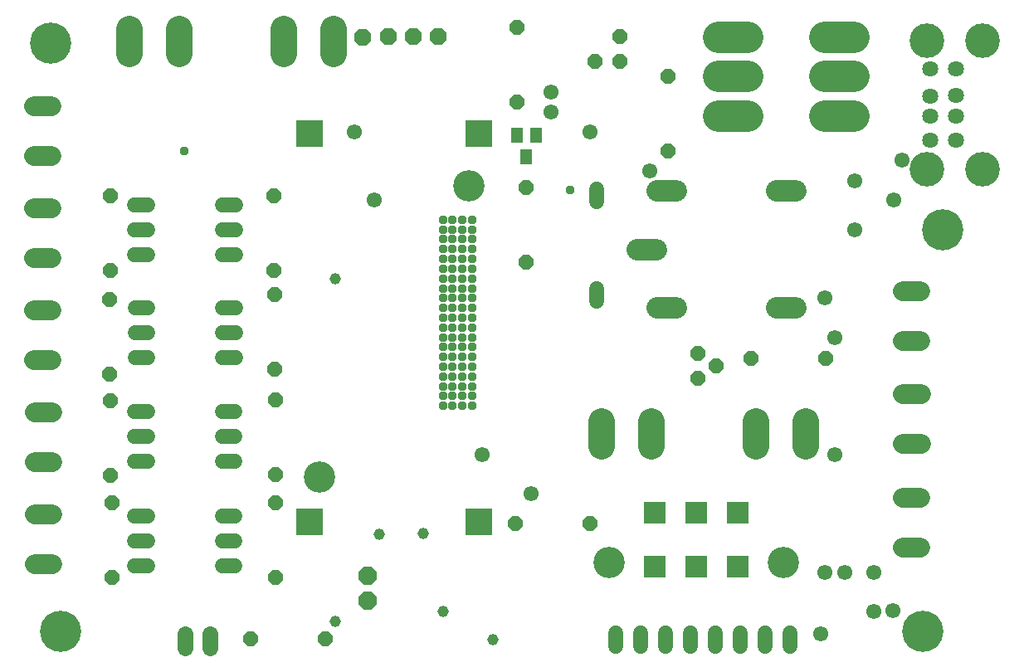
<source format=gbr>
G04 EAGLE Gerber X2 export*
%TF.Part,Single*%
%TF.FileFunction,Soldermask,Top,1*%
%TF.FilePolarity,Negative*%
%TF.GenerationSoftware,Autodesk,EAGLE,8.7.0*%
%TF.CreationDate,2018-10-16T22:29:40Z*%
G75*
%MOMM*%
%FSLAX34Y34*%
%LPD*%
%AMOC8*
5,1,8,0,0,1.08239X$1,22.5*%
G01*
%ADD10C,4.203200*%
%ADD11P,1.852186X8X292.500000*%
%ADD12C,1.993900*%
%ADD13C,1.524000*%
%ADD14C,2.743200*%
%ADD15C,2.184400*%
%ADD16P,2.034460X8X112.500000*%
%ADD17R,2.303200X2.303200*%
%ADD18C,3.203200*%
%ADD19R,1.203200X1.603200*%
%ADD20P,1.649562X8X112.500000*%
%ADD21P,1.649562X8X292.500000*%
%ADD22P,1.649562X8X22.500000*%
%ADD23C,3.213100*%
%ADD24C,3.530600*%
%ADD25C,1.631200*%
%ADD26C,1.625600*%
%ADD27R,2.703200X2.703200*%
%ADD28C,0.959600*%
%ADD29C,1.553200*%
%ADD30C,1.159600*%


D10*
X60000Y640000D03*
X950000Y40000D03*
X70000Y40000D03*
X970000Y450000D03*
D11*
X378456Y646532D03*
D12*
X929267Y125646D02*
X947174Y125646D01*
X947174Y176446D02*
X929267Y176446D01*
D11*
X429590Y646734D03*
X404026Y646684D03*
D12*
X928977Y336488D02*
X946884Y336488D01*
X946884Y387288D02*
X928977Y387288D01*
D13*
X617100Y478396D02*
X617100Y491604D01*
X617100Y390004D02*
X617100Y376796D01*
D12*
X61532Y159118D02*
X43625Y159118D01*
X43625Y108318D02*
X61532Y108318D01*
D14*
X621860Y228800D02*
X621860Y254200D01*
X830140Y254200D02*
X830140Y228800D01*
X779340Y228800D02*
X779340Y254200D01*
X672660Y254200D02*
X672660Y228800D01*
X140560Y628800D02*
X140560Y654200D01*
X348840Y654200D02*
X348840Y628800D01*
X298040Y628800D02*
X298040Y654200D01*
X191360Y654200D02*
X191360Y628800D01*
D11*
X455178Y646968D03*
D15*
X658144Y429400D02*
X677956Y429400D01*
X678464Y369710D02*
X698276Y369710D01*
X698276Y489090D02*
X678464Y489090D01*
X800384Y489090D02*
X820196Y489090D01*
X820196Y369710D02*
X800384Y369710D01*
D12*
X929621Y231086D02*
X947528Y231086D01*
X947528Y281886D02*
X929621Y281886D01*
D16*
X382900Y71400D03*
X382900Y96800D03*
D17*
X676500Y160800D03*
X718500Y160800D03*
X760500Y160800D03*
X760500Y105800D03*
X718500Y105800D03*
X676500Y105800D03*
D18*
X629500Y110400D03*
X807500Y110400D03*
D13*
X158780Y475056D02*
X145572Y475056D01*
X145572Y449656D02*
X158780Y449656D01*
X234980Y449656D02*
X248188Y449656D01*
X248188Y475056D02*
X234980Y475056D01*
X158780Y424256D02*
X145572Y424256D01*
X234980Y424256D02*
X248188Y424256D01*
X158976Y370286D02*
X145768Y370286D01*
X145768Y344886D02*
X158976Y344886D01*
X235176Y344886D02*
X248384Y344886D01*
X248384Y370286D02*
X235176Y370286D01*
X158976Y319486D02*
X145768Y319486D01*
X235176Y319486D02*
X248384Y319486D01*
X158722Y264274D02*
X145514Y264274D01*
X145514Y238874D02*
X158722Y238874D01*
X234922Y238874D02*
X248130Y238874D01*
X248130Y264274D02*
X234922Y264274D01*
X158722Y213474D02*
X145514Y213474D01*
X234922Y213474D02*
X248130Y213474D01*
X158628Y157754D02*
X145420Y157754D01*
X145420Y132354D02*
X158628Y132354D01*
X234828Y132354D02*
X248036Y132354D01*
X248036Y157754D02*
X234828Y157754D01*
X158628Y106954D02*
X145420Y106954D01*
X234828Y106954D02*
X248036Y106954D01*
D19*
X545200Y524600D03*
X535700Y546600D03*
X554700Y546600D03*
D20*
X120696Y408178D03*
X120696Y484378D03*
D21*
X690048Y606200D03*
X690048Y530000D03*
D22*
X774166Y318126D03*
X850366Y318126D03*
X533800Y150000D03*
X610000Y150000D03*
D21*
X536000Y656200D03*
X536000Y580000D03*
D20*
X544950Y416450D03*
X544950Y492650D03*
D22*
X263800Y32000D03*
X340000Y32000D03*
D21*
X287576Y484632D03*
X287576Y408432D03*
D20*
X120188Y302514D03*
X120188Y378714D03*
D21*
X288338Y383540D03*
X288338Y307340D03*
D20*
X120696Y199390D03*
X120696Y275590D03*
D21*
X289608Y276098D03*
X289608Y199898D03*
D20*
X122728Y94996D03*
X122728Y171196D03*
D21*
X289284Y170846D03*
X289284Y94646D03*
D23*
X849451Y646132D02*
X879550Y646132D01*
X879550Y606000D02*
X849451Y606000D01*
X849451Y565868D02*
X879550Y565868D01*
X771150Y646132D02*
X741051Y646132D01*
X741051Y606000D02*
X771150Y606000D01*
X771150Y565868D02*
X741051Y565868D01*
D12*
X61278Y263258D02*
X43371Y263258D01*
X43371Y212458D02*
X61278Y212458D01*
X61058Y471554D02*
X43151Y471554D01*
X43151Y420754D02*
X61058Y420754D01*
X61058Y367444D02*
X43151Y367444D01*
X43151Y316644D02*
X61058Y316644D01*
D22*
X615600Y621700D03*
X641000Y621700D03*
X641000Y647100D03*
D24*
X953630Y511446D03*
X1010526Y511700D03*
X953630Y643018D03*
X1010526Y642764D03*
D25*
X983602Y565294D03*
X983602Y586630D03*
X957440Y565294D03*
X957440Y586376D03*
X983602Y613808D03*
X983602Y540910D03*
X957440Y613808D03*
X957440Y540910D03*
D26*
X197300Y37112D02*
X197300Y22888D01*
X222700Y22888D02*
X222700Y37112D01*
D12*
X60912Y575632D02*
X43005Y575632D01*
X43005Y524832D02*
X60912Y524832D01*
D27*
X496360Y548120D03*
X323640Y548120D03*
X323640Y151880D03*
X496360Y151880D03*
D18*
X486200Y494780D03*
X333800Y197600D03*
D21*
X720000Y297808D03*
X739050Y310508D03*
X720000Y323208D03*
D13*
X636070Y38082D02*
X636070Y24874D01*
X661470Y24874D02*
X661470Y38082D01*
X686870Y38082D02*
X686870Y24874D01*
X712270Y24874D02*
X712270Y38082D01*
X737670Y38082D02*
X737670Y24874D01*
X763070Y24874D02*
X763070Y38082D01*
X788470Y38082D02*
X788470Y24874D01*
X813870Y24874D02*
X813870Y38082D01*
D28*
X196447Y530000D03*
D29*
X860000Y340000D03*
X920000Y480000D03*
X928719Y520534D03*
X370000Y550000D03*
X900000Y100000D03*
X900000Y60000D03*
X550000Y180814D03*
X390000Y480000D03*
D30*
X440000Y140000D03*
X350000Y400000D03*
X394970Y138938D03*
X511255Y31255D03*
X460000Y60000D03*
X350000Y50000D03*
D29*
X880000Y500000D03*
X880000Y450000D03*
X870000Y100000D03*
X570000Y570000D03*
X500000Y220000D03*
X860000Y220000D03*
X850000Y100000D03*
X845820Y37084D03*
X918901Y61099D03*
X670814Y510000D03*
X610000Y550000D03*
X570000Y590000D03*
D28*
X590000Y490000D03*
D29*
X850000Y380000D03*
D28*
X490000Y450000D03*
X480000Y450000D03*
X470000Y450000D03*
X470000Y440000D03*
X480000Y440000D03*
X490000Y440000D03*
X490000Y430000D03*
X480000Y430000D03*
X470000Y430000D03*
X460000Y430000D03*
X460000Y420000D03*
X470000Y420000D03*
X480000Y420000D03*
X490000Y420000D03*
X490000Y410000D03*
X480000Y410000D03*
X460000Y410000D03*
X470000Y410000D03*
X460000Y400000D03*
X470000Y400000D03*
X480000Y400000D03*
X490000Y400000D03*
X490000Y390000D03*
X470000Y390000D03*
X460000Y390000D03*
X480000Y390000D03*
X480000Y380000D03*
X470000Y380000D03*
X460000Y380000D03*
X490000Y380000D03*
X490000Y370000D03*
X480000Y370000D03*
X470000Y370000D03*
X460000Y370000D03*
X490000Y360000D03*
X480000Y360000D03*
X470000Y360000D03*
X460000Y360000D03*
X460000Y350000D03*
X470000Y350000D03*
X480000Y350000D03*
X490000Y350000D03*
X490000Y340000D03*
X480000Y340000D03*
X470000Y340000D03*
X460000Y340000D03*
X460000Y330000D03*
X470000Y330000D03*
X480000Y330000D03*
X490000Y330000D03*
X490000Y320000D03*
X480000Y320000D03*
X470000Y320000D03*
X460000Y320000D03*
X460000Y310000D03*
X470000Y310000D03*
X480000Y310000D03*
X490000Y310000D03*
X490000Y300000D03*
X480000Y300000D03*
X470000Y300000D03*
X460000Y300000D03*
X460000Y280000D03*
X460000Y290000D03*
X470000Y290000D03*
X470000Y280000D03*
X480000Y290000D03*
X480000Y280000D03*
X490000Y290000D03*
X490000Y280000D03*
X470000Y460000D03*
X480000Y460000D03*
X490000Y460000D03*
X460000Y270000D03*
X470000Y270000D03*
X480000Y270000D03*
X490000Y270000D03*
X460000Y460000D03*
X460000Y450000D03*
X460000Y440000D03*
M02*

</source>
